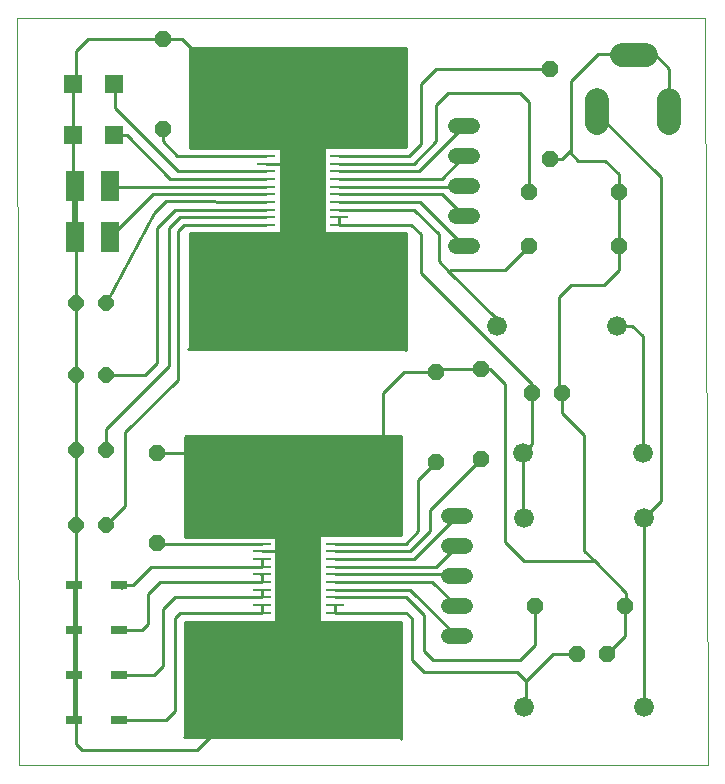
<source format=gtl>
G75*
%MOIN*%
%OFA0B0*%
%FSLAX25Y25*%
%IPPOS*%
%LPD*%
%AMOC8*
5,1,8,0,0,1.08239X$1,22.5*
%
%ADD10C,0.00000*%
%ADD11R,0.05315X0.02953*%
%ADD12C,0.06600*%
%ADD13C,0.07874*%
%ADD14R,0.06299X0.00984*%
%ADD15R,0.05906X0.05906*%
%ADD16OC8,0.05150*%
%ADD17R,0.05906X0.10236*%
%ADD18C,0.05200*%
%ADD19OC8,0.05200*%
%ADD20C,0.01000*%
%ADD21C,0.01500*%
D10*
X0001500Y0001000D02*
X0001000Y0249961D01*
X0230201Y0249961D01*
X0231201Y0001000D01*
X0001500Y0001000D01*
D11*
X0020020Y0016000D03*
X0034980Y0016000D03*
X0034980Y0031000D03*
X0020020Y0031000D03*
X0020020Y0046000D03*
X0034980Y0046000D03*
X0034980Y0061000D03*
X0020020Y0061000D03*
D12*
X0161000Y0147500D03*
X0201000Y0147500D03*
X0209500Y0105000D03*
X0209906Y0083508D03*
X0169906Y0083508D03*
X0169500Y0105000D03*
X0170000Y0020500D03*
X0210000Y0020500D03*
D13*
X0218311Y0215063D02*
X0218311Y0222937D01*
X0210437Y0237898D02*
X0202563Y0237898D01*
X0194295Y0222937D02*
X0194295Y0215063D01*
D14*
X0108248Y0204146D03*
X0108248Y0201587D03*
X0108248Y0199028D03*
X0108248Y0196469D03*
X0108248Y0193909D03*
X0108248Y0191350D03*
X0108248Y0188791D03*
X0108248Y0186232D03*
X0108248Y0183673D03*
X0108248Y0181114D03*
X0083839Y0181114D03*
X0083839Y0183673D03*
X0083839Y0186232D03*
X0083839Y0188791D03*
X0083839Y0191350D03*
X0083839Y0193909D03*
X0083839Y0196469D03*
X0083839Y0199028D03*
X0083839Y0201587D03*
X0083839Y0204146D03*
X0082445Y0074913D03*
X0082445Y0072354D03*
X0082445Y0069795D03*
X0082445Y0067236D03*
X0082445Y0064677D03*
X0082445Y0062118D03*
X0082445Y0059559D03*
X0082445Y0057000D03*
X0082445Y0054441D03*
X0082445Y0051882D03*
X0106854Y0051882D03*
X0106854Y0054441D03*
X0106854Y0057000D03*
X0106854Y0059559D03*
X0106854Y0062118D03*
X0106854Y0064677D03*
X0106854Y0067236D03*
X0106854Y0069795D03*
X0106854Y0072354D03*
X0106854Y0074913D03*
D15*
X0033390Y0211000D03*
X0019610Y0211000D03*
X0019610Y0228000D03*
X0033390Y0228000D03*
D16*
X0030500Y0155000D03*
X0020500Y0155000D03*
X0020500Y0131000D03*
X0030500Y0131000D03*
X0030500Y0106000D03*
X0020500Y0106000D03*
X0020500Y0081000D03*
X0030500Y0081000D03*
D17*
X0031906Y0177000D03*
X0020094Y0177000D03*
X0020094Y0194000D03*
X0031906Y0194000D03*
D18*
X0144900Y0084000D02*
X0150100Y0084000D01*
X0150100Y0074000D02*
X0144900Y0074000D01*
X0144900Y0064000D02*
X0150100Y0064000D01*
X0150100Y0054000D02*
X0144900Y0054000D01*
X0144900Y0044000D02*
X0150100Y0044000D01*
X0152600Y0174000D02*
X0147400Y0174000D01*
X0147400Y0184000D02*
X0152600Y0184000D01*
X0152600Y0194000D02*
X0147400Y0194000D01*
X0147400Y0204000D02*
X0152600Y0204000D01*
X0152600Y0214000D02*
X0147400Y0214000D01*
D19*
X0171500Y0192000D03*
X0178500Y0203000D03*
X0201500Y0192000D03*
X0201500Y0174000D03*
X0171500Y0174000D03*
X0155500Y0133000D03*
X0140500Y0132000D03*
X0155500Y0103000D03*
X0140500Y0102000D03*
X0172500Y0125000D03*
X0182500Y0125000D03*
X0173500Y0054000D03*
X0187500Y0038000D03*
X0197500Y0038000D03*
X0203500Y0054000D03*
X0047500Y0075000D03*
X0047500Y0105000D03*
X0049500Y0213000D03*
X0049500Y0243000D03*
X0178500Y0233000D03*
D20*
X0140500Y0233000D01*
X0135500Y0228000D01*
X0135500Y0208000D01*
X0131646Y0204146D01*
X0108248Y0204146D01*
X0108248Y0201587D02*
X0133087Y0201587D01*
X0140500Y0209000D01*
X0140500Y0221000D01*
X0144500Y0225000D01*
X0168500Y0225000D01*
X0171500Y0222000D01*
X0171500Y0192000D01*
X0178500Y0203000D02*
X0182500Y0203000D01*
X0185500Y0206000D01*
X0185500Y0205000D01*
X0188000Y0202500D01*
X0197000Y0202500D01*
X0201500Y0198000D01*
X0201500Y0192000D01*
X0201500Y0174000D01*
X0201500Y0166000D01*
X0196500Y0161000D01*
X0185500Y0161000D01*
X0181500Y0157000D01*
X0181500Y0126000D01*
X0182500Y0125000D01*
X0182500Y0118500D01*
X0190000Y0111000D01*
X0190000Y0072500D01*
X0193500Y0069000D01*
X0170000Y0069000D01*
X0163500Y0075500D01*
X0163500Y0128000D01*
X0158500Y0133000D01*
X0155500Y0133000D01*
X0141500Y0133000D01*
X0140500Y0132000D01*
X0130000Y0132000D01*
X0123000Y0125000D01*
X0123000Y0108500D01*
X0123500Y0108000D01*
X0128992Y0107841D02*
X0056945Y0107841D01*
X0056945Y0108839D02*
X0128992Y0108839D01*
X0128992Y0109838D02*
X0056945Y0109838D01*
X0056945Y0110315D02*
X0057339Y0110709D01*
X0128992Y0110709D01*
X0128992Y0077638D01*
X0101720Y0077638D01*
X0101720Y0048898D01*
X0128992Y0048898D01*
X0128992Y0009921D01*
X0128598Y0010315D01*
X0056551Y0010315D01*
X0056945Y0010709D01*
X0056945Y0048898D01*
X0087366Y0048898D01*
X0087366Y0077244D01*
X0056945Y0077244D01*
X0056945Y0110315D01*
X0056945Y0106842D02*
X0128992Y0106842D01*
X0128992Y0105844D02*
X0056945Y0105844D01*
X0056945Y0104845D02*
X0128992Y0104845D01*
X0128992Y0103847D02*
X0056945Y0103847D01*
X0056945Y0102848D02*
X0128992Y0102848D01*
X0128992Y0101850D02*
X0056945Y0101850D01*
X0056945Y0100851D02*
X0128992Y0100851D01*
X0128992Y0099853D02*
X0056945Y0099853D01*
X0056945Y0098854D02*
X0128992Y0098854D01*
X0128992Y0097856D02*
X0056945Y0097856D01*
X0056945Y0096857D02*
X0128992Y0096857D01*
X0128992Y0095859D02*
X0056945Y0095859D01*
X0056945Y0094860D02*
X0128992Y0094860D01*
X0128992Y0093862D02*
X0056945Y0093862D01*
X0056945Y0092863D02*
X0128992Y0092863D01*
X0128992Y0091865D02*
X0056945Y0091865D01*
X0056945Y0090866D02*
X0128992Y0090866D01*
X0128992Y0089868D02*
X0056945Y0089868D01*
X0056945Y0088869D02*
X0128992Y0088869D01*
X0128992Y0087870D02*
X0056945Y0087870D01*
X0056945Y0086872D02*
X0128992Y0086872D01*
X0128992Y0085873D02*
X0056945Y0085873D01*
X0056945Y0084875D02*
X0128992Y0084875D01*
X0128992Y0083876D02*
X0056945Y0083876D01*
X0056945Y0082878D02*
X0128992Y0082878D01*
X0128992Y0081879D02*
X0056945Y0081879D01*
X0056945Y0080881D02*
X0128992Y0080881D01*
X0128992Y0079882D02*
X0056945Y0079882D01*
X0056945Y0078884D02*
X0128992Y0078884D01*
X0128992Y0077885D02*
X0056945Y0077885D01*
X0047587Y0074913D02*
X0047500Y0075000D01*
X0047587Y0074913D02*
X0082445Y0074913D01*
X0082591Y0072500D02*
X0082445Y0072354D01*
X0082591Y0072500D02*
X0090000Y0072500D01*
X0090500Y0073000D01*
X0090500Y0083500D01*
X0069000Y0105000D01*
X0047500Y0105000D01*
X0037000Y0112000D02*
X0037000Y0087500D01*
X0030500Y0081000D01*
X0020500Y0081000D02*
X0020500Y0061480D01*
X0020020Y0061000D02*
X0020020Y0046000D01*
X0020020Y0031000D01*
X0020020Y0016000D01*
X0020500Y0016480D01*
X0020500Y0008000D02*
X0022500Y0006000D01*
X0061000Y0006000D01*
X0092500Y0037500D01*
X0092500Y0070000D01*
X0090000Y0072500D01*
X0087366Y0072893D02*
X0101720Y0072893D01*
X0101720Y0073891D02*
X0087366Y0073891D01*
X0087366Y0074890D02*
X0101720Y0074890D01*
X0101720Y0075888D02*
X0087366Y0075888D01*
X0087366Y0076887D02*
X0101720Y0076887D01*
X0101720Y0071894D02*
X0087366Y0071894D01*
X0087366Y0070896D02*
X0101720Y0070896D01*
X0101720Y0069897D02*
X0087366Y0069897D01*
X0087366Y0068899D02*
X0101720Y0068899D01*
X0101720Y0067900D02*
X0087366Y0067900D01*
X0087366Y0066902D02*
X0101720Y0066902D01*
X0101720Y0065903D02*
X0087366Y0065903D01*
X0087366Y0064905D02*
X0101720Y0064905D01*
X0101720Y0063906D02*
X0087366Y0063906D01*
X0087366Y0062908D02*
X0101720Y0062908D01*
X0101720Y0061909D02*
X0087366Y0061909D01*
X0087366Y0060911D02*
X0101720Y0060911D01*
X0101720Y0059912D02*
X0087366Y0059912D01*
X0087366Y0058914D02*
X0101720Y0058914D01*
X0101720Y0057915D02*
X0087366Y0057915D01*
X0087366Y0056917D02*
X0101720Y0056917D01*
X0101720Y0055918D02*
X0087366Y0055918D01*
X0087366Y0054920D02*
X0101720Y0054920D01*
X0101720Y0053921D02*
X0087366Y0053921D01*
X0087366Y0052923D02*
X0101720Y0052923D01*
X0101720Y0051924D02*
X0087366Y0051924D01*
X0087366Y0050926D02*
X0101720Y0050926D01*
X0101720Y0049927D02*
X0087366Y0049927D01*
X0087366Y0048929D02*
X0101720Y0048929D01*
X0106854Y0051882D02*
X0106854Y0054441D01*
X0106854Y0057000D02*
X0130500Y0057000D01*
X0136500Y0051000D01*
X0136500Y0039000D01*
X0139500Y0036000D01*
X0168500Y0036000D01*
X0173500Y0041000D01*
X0173500Y0054000D01*
X0179500Y0038000D02*
X0187500Y0038000D01*
X0179500Y0038000D02*
X0170500Y0029000D01*
X0170500Y0021000D01*
X0170000Y0020500D01*
X0170500Y0029000D02*
X0167500Y0032000D01*
X0136500Y0032000D01*
X0132500Y0036000D01*
X0132500Y0050000D01*
X0130618Y0051882D01*
X0106854Y0051882D01*
X0106854Y0059559D02*
X0131941Y0059559D01*
X0147500Y0044000D01*
X0147500Y0054000D02*
X0139382Y0062118D01*
X0106854Y0062118D01*
X0106854Y0064677D02*
X0146823Y0064677D01*
X0147500Y0064000D01*
X0140736Y0067236D02*
X0147500Y0074000D01*
X0140736Y0067236D02*
X0106854Y0067236D01*
X0106854Y0069795D02*
X0133295Y0069795D01*
X0147500Y0084000D01*
X0138500Y0086000D02*
X0138500Y0079000D01*
X0131854Y0072354D01*
X0106854Y0072354D01*
X0106854Y0074913D02*
X0130413Y0074913D01*
X0134500Y0079000D01*
X0134500Y0096000D01*
X0140500Y0102000D01*
X0155500Y0103000D02*
X0138500Y0086000D01*
X0169500Y0083913D02*
X0169906Y0083508D01*
X0169500Y0083913D02*
X0169500Y0105000D01*
X0172500Y0108000D01*
X0172500Y0125000D01*
X0172500Y0128000D01*
X0135500Y0165000D01*
X0135500Y0178000D01*
X0132386Y0181114D01*
X0108248Y0181114D01*
X0108248Y0183673D01*
X0108248Y0186232D02*
X0133268Y0186232D01*
X0141500Y0178000D01*
X0141500Y0169000D01*
X0145000Y0165500D01*
X0145500Y0166000D01*
X0163500Y0166000D01*
X0171500Y0174000D01*
X0150000Y0174000D02*
X0135209Y0188791D01*
X0108248Y0188791D01*
X0108248Y0191350D02*
X0142650Y0191350D01*
X0150000Y0184000D01*
X0149909Y0193909D02*
X0150000Y0194000D01*
X0149909Y0193909D02*
X0108248Y0193909D01*
X0108248Y0196469D02*
X0142469Y0196469D01*
X0150000Y0204000D01*
X0150000Y0214000D02*
X0135028Y0199028D01*
X0108248Y0199028D01*
X0103220Y0198705D02*
X0088866Y0198705D01*
X0088866Y0197707D02*
X0103220Y0197707D01*
X0103220Y0196708D02*
X0088866Y0196708D01*
X0088866Y0195710D02*
X0103220Y0195710D01*
X0103220Y0194711D02*
X0088866Y0194711D01*
X0088866Y0193713D02*
X0103220Y0193713D01*
X0103220Y0192714D02*
X0088866Y0192714D01*
X0088866Y0191716D02*
X0103220Y0191716D01*
X0103220Y0190717D02*
X0088866Y0190717D01*
X0088866Y0189719D02*
X0103220Y0189719D01*
X0103220Y0188720D02*
X0088866Y0188720D01*
X0088866Y0187722D02*
X0103220Y0187722D01*
X0103220Y0186723D02*
X0088866Y0186723D01*
X0088866Y0185725D02*
X0103220Y0185725D01*
X0103220Y0184726D02*
X0088866Y0184726D01*
X0088866Y0183728D02*
X0103220Y0183728D01*
X0103220Y0182729D02*
X0088866Y0182729D01*
X0088866Y0181731D02*
X0103220Y0181731D01*
X0103220Y0180732D02*
X0088866Y0180732D01*
X0088866Y0179734D02*
X0103220Y0179734D01*
X0103220Y0178735D02*
X0088866Y0178735D01*
X0088866Y0178398D02*
X0058445Y0178398D01*
X0058445Y0140209D01*
X0058051Y0139815D01*
X0130098Y0139815D01*
X0130492Y0139421D01*
X0130492Y0178398D01*
X0103220Y0178398D01*
X0103220Y0207138D01*
X0130492Y0207138D01*
X0130492Y0240209D01*
X0058839Y0240209D01*
X0058445Y0239815D01*
X0058445Y0206744D01*
X0088866Y0206744D01*
X0088866Y0178398D01*
X0083839Y0181114D02*
X0056614Y0181114D01*
X0054500Y0179000D01*
X0054500Y0129500D01*
X0037000Y0112000D01*
X0030500Y0113000D02*
X0030500Y0106000D01*
X0030500Y0113000D02*
X0051500Y0134000D01*
X0051500Y0180000D01*
X0055173Y0183673D01*
X0083839Y0183673D01*
X0083839Y0186232D02*
X0053732Y0186232D01*
X0047500Y0180000D01*
X0047500Y0135000D01*
X0043500Y0131000D01*
X0030500Y0131000D01*
X0020500Y0131000D02*
X0020500Y0106000D01*
X0020500Y0008000D01*
X0034500Y0016480D02*
X0034980Y0016000D01*
X0050500Y0016000D01*
X0053500Y0019000D01*
X0053500Y0050000D01*
X0055382Y0051882D01*
X0082445Y0051882D01*
X0082445Y0054441D01*
X0082445Y0057000D02*
X0082445Y0059559D01*
X0082445Y0057000D02*
X0053500Y0057000D01*
X0049500Y0053000D01*
X0049500Y0034000D01*
X0046500Y0031000D01*
X0034980Y0031000D01*
X0034500Y0031480D01*
X0034980Y0046000D02*
X0042500Y0046000D01*
X0044500Y0048000D01*
X0044500Y0058000D01*
X0048618Y0062118D01*
X0082445Y0062118D01*
X0082445Y0064677D01*
X0082268Y0064500D01*
X0082445Y0067236D02*
X0045736Y0067236D01*
X0039500Y0061000D01*
X0034980Y0061000D01*
X0035980Y0060000D01*
X0035500Y0046520D02*
X0034980Y0046000D01*
X0056945Y0045933D02*
X0128992Y0045933D01*
X0128992Y0044934D02*
X0056945Y0044934D01*
X0056945Y0043936D02*
X0128992Y0043936D01*
X0128992Y0042937D02*
X0056945Y0042937D01*
X0056945Y0041939D02*
X0128992Y0041939D01*
X0128992Y0040940D02*
X0056945Y0040940D01*
X0056945Y0039942D02*
X0128992Y0039942D01*
X0128992Y0038943D02*
X0056945Y0038943D01*
X0056945Y0037945D02*
X0128992Y0037945D01*
X0128992Y0036946D02*
X0056945Y0036946D01*
X0056945Y0035948D02*
X0128992Y0035948D01*
X0128992Y0034949D02*
X0056945Y0034949D01*
X0056945Y0033951D02*
X0128992Y0033951D01*
X0128992Y0032952D02*
X0056945Y0032952D01*
X0056945Y0031954D02*
X0128992Y0031954D01*
X0128992Y0030955D02*
X0056945Y0030955D01*
X0056945Y0029957D02*
X0128992Y0029957D01*
X0128992Y0028958D02*
X0056945Y0028958D01*
X0056945Y0027960D02*
X0128992Y0027960D01*
X0128992Y0026961D02*
X0056945Y0026961D01*
X0056945Y0025963D02*
X0128992Y0025963D01*
X0128992Y0024964D02*
X0056945Y0024964D01*
X0056945Y0023966D02*
X0128992Y0023966D01*
X0128992Y0022967D02*
X0056945Y0022967D01*
X0056945Y0021969D02*
X0128992Y0021969D01*
X0128992Y0020970D02*
X0056945Y0020970D01*
X0056945Y0019972D02*
X0128992Y0019972D01*
X0128992Y0018973D02*
X0056945Y0018973D01*
X0056945Y0017975D02*
X0128992Y0017975D01*
X0128992Y0016976D02*
X0056945Y0016976D01*
X0056945Y0015978D02*
X0128992Y0015978D01*
X0128992Y0014979D02*
X0056945Y0014979D01*
X0056945Y0013981D02*
X0128992Y0013981D01*
X0128992Y0012982D02*
X0056945Y0012982D01*
X0056945Y0011984D02*
X0128992Y0011984D01*
X0128992Y0010985D02*
X0056945Y0010985D01*
X0056945Y0046932D02*
X0128992Y0046932D01*
X0128992Y0047930D02*
X0056945Y0047930D01*
X0082445Y0067236D02*
X0082445Y0069795D01*
X0128927Y0009987D02*
X0128992Y0009987D01*
X0193500Y0069000D02*
X0204000Y0058500D01*
X0204000Y0054500D01*
X0203500Y0054000D01*
X0203500Y0044000D01*
X0197500Y0038000D01*
X0209906Y0040906D02*
X0209906Y0045000D01*
X0210000Y0044906D01*
X0210000Y0020500D01*
X0209906Y0045000D02*
X0209906Y0083508D01*
X0215500Y0089102D01*
X0215500Y0197000D01*
X0194295Y0218205D01*
X0194295Y0219000D01*
X0185500Y0229000D02*
X0194500Y0238000D01*
X0206398Y0238000D01*
X0206500Y0237898D01*
X0206602Y0238000D01*
X0213500Y0238000D01*
X0218311Y0233189D01*
X0218311Y0219000D01*
X0185500Y0229000D02*
X0185500Y0206000D01*
X0145000Y0165500D02*
X0160500Y0150000D01*
X0160500Y0148000D01*
X0161000Y0147500D01*
X0130492Y0147781D02*
X0058445Y0147781D01*
X0058445Y0146783D02*
X0130492Y0146783D01*
X0130492Y0145784D02*
X0058445Y0145784D01*
X0058445Y0144786D02*
X0130492Y0144786D01*
X0130492Y0143787D02*
X0058445Y0143787D01*
X0058445Y0142789D02*
X0130492Y0142789D01*
X0130492Y0141790D02*
X0058445Y0141790D01*
X0058445Y0140792D02*
X0130492Y0140792D01*
X0130492Y0139793D02*
X0130120Y0139793D01*
X0130492Y0148780D02*
X0058445Y0148780D01*
X0058445Y0149778D02*
X0130492Y0149778D01*
X0130492Y0150777D02*
X0058445Y0150777D01*
X0058445Y0151775D02*
X0130492Y0151775D01*
X0130492Y0152774D02*
X0058445Y0152774D01*
X0058445Y0153772D02*
X0130492Y0153772D01*
X0130492Y0154771D02*
X0058445Y0154771D01*
X0058445Y0155769D02*
X0130492Y0155769D01*
X0130492Y0156768D02*
X0058445Y0156768D01*
X0058445Y0157766D02*
X0130492Y0157766D01*
X0130492Y0158765D02*
X0058445Y0158765D01*
X0058445Y0159763D02*
X0130492Y0159763D01*
X0130492Y0160762D02*
X0058445Y0160762D01*
X0058445Y0161760D02*
X0130492Y0161760D01*
X0130492Y0162759D02*
X0058445Y0162759D01*
X0058445Y0163757D02*
X0130492Y0163757D01*
X0130492Y0164756D02*
X0058445Y0164756D01*
X0058445Y0165754D02*
X0130492Y0165754D01*
X0130492Y0166753D02*
X0058445Y0166753D01*
X0058445Y0167751D02*
X0130492Y0167751D01*
X0130492Y0168750D02*
X0058445Y0168750D01*
X0058445Y0169748D02*
X0130492Y0169748D01*
X0130492Y0170747D02*
X0058445Y0170747D01*
X0058445Y0171745D02*
X0130492Y0171745D01*
X0130492Y0172744D02*
X0058445Y0172744D01*
X0058445Y0173742D02*
X0130492Y0173742D01*
X0130492Y0174741D02*
X0058445Y0174741D01*
X0058445Y0175739D02*
X0130492Y0175739D01*
X0130492Y0176738D02*
X0058445Y0176738D01*
X0058445Y0177737D02*
X0130492Y0177737D01*
X0103220Y0199704D02*
X0088866Y0199704D01*
X0088866Y0200702D02*
X0103220Y0200702D01*
X0103220Y0201701D02*
X0088866Y0201701D01*
X0088866Y0202699D02*
X0103220Y0202699D01*
X0103220Y0203698D02*
X0088866Y0203698D01*
X0088866Y0204696D02*
X0103220Y0204696D01*
X0103220Y0205695D02*
X0088866Y0205695D01*
X0088866Y0206693D02*
X0103220Y0206693D01*
X0090000Y0201587D02*
X0083839Y0201587D01*
X0083839Y0204146D02*
X0054354Y0204146D01*
X0049500Y0209000D01*
X0049500Y0213000D01*
X0058445Y0212684D02*
X0130492Y0212684D01*
X0130492Y0211686D02*
X0058445Y0211686D01*
X0058445Y0210687D02*
X0130492Y0210687D01*
X0130492Y0209689D02*
X0058445Y0209689D01*
X0058445Y0208690D02*
X0130492Y0208690D01*
X0130492Y0207692D02*
X0058445Y0207692D01*
X0058445Y0213683D02*
X0130492Y0213683D01*
X0130492Y0214681D02*
X0058445Y0214681D01*
X0058445Y0215680D02*
X0130492Y0215680D01*
X0130492Y0216678D02*
X0058445Y0216678D01*
X0058445Y0217677D02*
X0130492Y0217677D01*
X0130492Y0218675D02*
X0058445Y0218675D01*
X0058445Y0219674D02*
X0130492Y0219674D01*
X0130492Y0220672D02*
X0058445Y0220672D01*
X0058445Y0221671D02*
X0130492Y0221671D01*
X0130492Y0222670D02*
X0058445Y0222670D01*
X0058445Y0223668D02*
X0130492Y0223668D01*
X0130492Y0224667D02*
X0058445Y0224667D01*
X0058445Y0225665D02*
X0130492Y0225665D01*
X0130492Y0226664D02*
X0058445Y0226664D01*
X0058445Y0227662D02*
X0130492Y0227662D01*
X0130492Y0228661D02*
X0058445Y0228661D01*
X0058445Y0229659D02*
X0130492Y0229659D01*
X0130492Y0230658D02*
X0058445Y0230658D01*
X0058445Y0231656D02*
X0130492Y0231656D01*
X0130492Y0232655D02*
X0058445Y0232655D01*
X0058445Y0233653D02*
X0130492Y0233653D01*
X0130492Y0234652D02*
X0058445Y0234652D01*
X0058445Y0235650D02*
X0130492Y0235650D01*
X0130492Y0236649D02*
X0058445Y0236649D01*
X0058445Y0237647D02*
X0130492Y0237647D01*
X0130492Y0238646D02*
X0058445Y0238646D01*
X0058445Y0239644D02*
X0130492Y0239644D01*
X0083839Y0199028D02*
X0054472Y0199028D01*
X0033500Y0220000D01*
X0033500Y0227890D01*
X0033390Y0228000D01*
X0020500Y0228890D02*
X0020500Y0239000D01*
X0024500Y0243000D01*
X0049500Y0243000D01*
X0056047Y0243000D01*
X0062776Y0236272D01*
X0037500Y0211000D02*
X0052031Y0196469D01*
X0083839Y0196469D01*
X0083839Y0193909D02*
X0031996Y0193909D01*
X0031906Y0194000D01*
X0020500Y0191000D02*
X0020500Y0177406D01*
X0020500Y0155000D01*
X0020500Y0131000D01*
X0030500Y0155000D02*
X0046500Y0185000D01*
X0050500Y0189000D01*
X0083839Y0188791D01*
X0083839Y0191350D02*
X0046256Y0191350D01*
X0031906Y0177000D01*
X0020500Y0177406D02*
X0020094Y0177000D01*
X0019610Y0177484D01*
X0019610Y0211000D01*
X0019610Y0228000D01*
X0020500Y0228890D01*
X0033390Y0211000D02*
X0037500Y0211000D01*
X0020500Y0106000D02*
X0020500Y0081000D01*
X0201000Y0147500D02*
X0206000Y0147500D01*
X0209500Y0144000D01*
X0209500Y0105000D01*
D21*
X0062776Y0236272D02*
X0062047Y0237000D01*
X0020094Y0194000D02*
X0020500Y0193594D01*
X0020500Y0191000D01*
X0019610Y0191890D01*
X0020094Y0177000D02*
X0018500Y0175406D01*
X0018500Y0175000D01*
X0020094Y0176594D01*
X0020094Y0177000D01*
X0020500Y0061480D02*
X0020020Y0061000D01*
M02*

</source>
